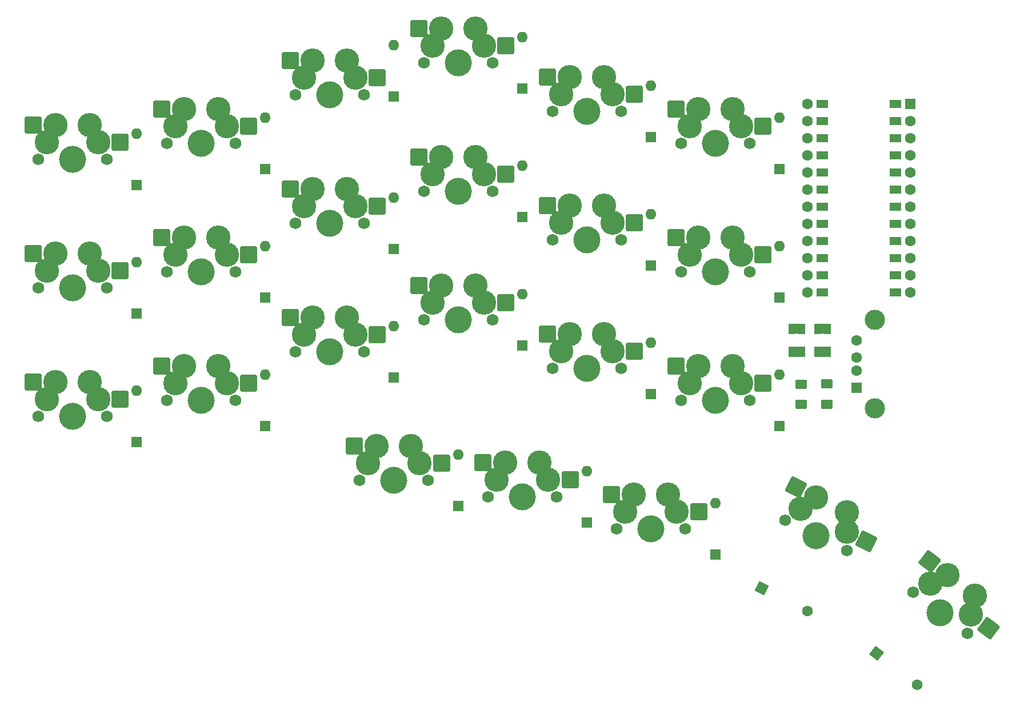
<source format=gbr>
%TF.GenerationSoftware,KiCad,Pcbnew,9.0.2*%
%TF.CreationDate,2025-06-30T19:49:53-10:00*%
%TF.ProjectId,jug,6a75672e-6b69-4636-9164-5f7063625858,rev?*%
%TF.SameCoordinates,Original*%
%TF.FileFunction,Soldermask,Top*%
%TF.FilePolarity,Negative*%
%FSLAX46Y46*%
G04 Gerber Fmt 4.6, Leading zero omitted, Abs format (unit mm)*
G04 Created by KiCad (PCBNEW 9.0.2) date 2025-06-30 19:49:53*
%MOMM*%
%LPD*%
G01*
G04 APERTURE LIST*
G04 Aperture macros list*
%AMRoundRect*
0 Rectangle with rounded corners*
0 $1 Rounding radius*
0 $2 $3 $4 $5 $6 $7 $8 $9 X,Y pos of 4 corners*
0 Add a 4 corners polygon primitive as box body*
4,1,4,$2,$3,$4,$5,$6,$7,$8,$9,$2,$3,0*
0 Add four circle primitives for the rounded corners*
1,1,$1+$1,$2,$3*
1,1,$1+$1,$4,$5*
1,1,$1+$1,$6,$7*
1,1,$1+$1,$8,$9*
0 Add four rect primitives between the rounded corners*
20,1,$1+$1,$2,$3,$4,$5,0*
20,1,$1+$1,$4,$5,$6,$7,0*
20,1,$1+$1,$6,$7,$8,$9,0*
20,1,$1+$1,$8,$9,$2,$3,0*%
%AMHorizOval*
0 Thick line with rounded ends*
0 $1 width*
0 $2 $3 position (X,Y) of the first rounded end (center of the circle)*
0 $4 $5 position (X,Y) of the second rounded end (center of the circle)*
0 Add line between two ends*
20,1,$1,$2,$3,$4,$5,0*
0 Add two circle primitives to create the rounded ends*
1,1,$1,$2,$3*
1,1,$1,$4,$5*%
%AMRotRect*
0 Rectangle, with rotation*
0 The origin of the aperture is its center*
0 $1 length*
0 $2 width*
0 $3 Rotation angle, in degrees counterclockwise*
0 Add horizontal line*
21,1,$1,$2,0,0,$3*%
%AMFreePoly0*
4,1,6,0.600000,-0.200000,0.600000,-0.400000,-0.600000,-0.400000,-0.600000,-0.200000,0.000000,0.400000,0.600000,-0.200000,0.600000,-0.200000,$1*%
%AMFreePoly1*
4,1,6,0.600000,-1.000000,0.000000,-0.400000,-0.600000,-1.000000,-0.600000,0.250000,0.600000,0.250000,0.600000,-1.000000,0.600000,-1.000000,$1*%
%AMFreePoly2*
4,1,6,0.500000,-0.750000,-0.650000,-0.750000,-0.150000,0.000000,-0.650000,0.750000,0.500000,0.750000,0.500000,-0.750000,0.500000,-0.750000,$1*%
%AMFreePoly3*
4,1,6,1.000000,0.000000,0.500000,-0.750000,-0.500000,-0.750000,-0.500000,0.750000,0.500000,0.750000,1.000000,0.000000,1.000000,0.000000,$1*%
G04 Aperture macros list end*
%ADD10C,0.200000*%
%ADD11RoundRect,0.250001X0.624999X-0.462499X0.624999X0.462499X-0.624999X0.462499X-0.624999X-0.462499X0*%
%ADD12RoundRect,0.250000X-1.025000X-1.000000X1.025000X-1.000000X1.025000X1.000000X-1.025000X1.000000X0*%
%ADD13C,1.750000*%
%ADD14C,4.000000*%
%ADD15C,3.600000*%
%ADD16RoundRect,0.250000X-1.363506X-0.437582X0.471110X-1.352287X1.363506X0.437582X-0.471110X1.352287X0*%
%ADD17RoundRect,0.250000X-1.421196X-0.175576X0.210608X-1.416428X1.421196X0.175576X-0.210608X1.416428X0*%
%ADD18R,1.600000X1.600000*%
%ADD19O,1.600000X1.600000*%
%ADD20C,1.600000*%
%ADD21FreePoly0,90.000000*%
%ADD22FreePoly0,270.000000*%
%ADD23FreePoly1,270.000000*%
%ADD24FreePoly1,90.000000*%
%ADD25FreePoly2,0.000000*%
%ADD26FreePoly3,0.000000*%
%ADD27C,3.000000*%
%ADD28R,1.500000X1.600000*%
%ADD29HorizOval,1.600000X0.000000X0.000000X0.000000X0.000000X0*%
%ADD30HorizOval,1.600000X0.000000X0.000000X0.000000X0.000000X0*%
%ADD31RotRect,1.600000X1.600000X153.500000*%
%ADD32RotRect,1.600000X1.600000X333.500000*%
%ADD33HorizOval,1.600000X0.000000X0.000000X0.000000X0.000000X0*%
%ADD34HorizOval,1.600000X0.000000X0.000000X0.000000X0.000000X0*%
%ADD35RotRect,1.600000X1.600000X322.250000*%
%ADD36RotRect,1.600000X1.600000X142.250000*%
G04 APERTURE END LIST*
D10*
%TO.C,U2*%
X178140000Y-32768000D02*
X177124001Y-32768000D01*
X177124000Y-31752000D01*
X178140001Y-31752000D01*
X178140000Y-32768000D01*
G36*
X178140000Y-32768000D02*
G01*
X177124001Y-32768000D01*
X177124000Y-31752000D01*
X178140001Y-31752000D01*
X178140000Y-32768000D01*
G37*
X178140000Y-35308000D02*
X177124000Y-35308000D01*
X177124000Y-34292000D01*
X178140000Y-34292000D01*
X178140000Y-35308000D01*
G36*
X178140000Y-35308000D02*
G01*
X177124000Y-35308000D01*
X177124000Y-34292000D01*
X178140000Y-34292000D01*
X178140000Y-35308000D01*
G37*
X178140000Y-40388000D02*
X177124000Y-40388000D01*
X177124000Y-39372000D01*
X178140000Y-39372000D01*
X178140000Y-40388000D01*
G36*
X178140000Y-40388000D02*
G01*
X177124000Y-40388000D01*
X177124000Y-39372000D01*
X178140000Y-39372000D01*
X178140000Y-40388000D01*
G37*
X178140000Y-42928000D02*
X177124000Y-42927999D01*
X177124000Y-41912000D01*
X178140000Y-41911999D01*
X178140000Y-42928000D01*
G36*
X178140000Y-42928000D02*
G01*
X177124000Y-42927999D01*
X177124000Y-41912000D01*
X178140000Y-41911999D01*
X178140000Y-42928000D01*
G37*
X178140000Y-44452001D02*
X178140000Y-45468000D01*
X177124000Y-45468001D01*
X177124000Y-44452000D01*
X178140000Y-44452001D01*
G36*
X178140000Y-44452001D02*
G01*
X178140000Y-45468000D01*
X177124000Y-45468001D01*
X177124000Y-44452000D01*
X178140000Y-44452001D01*
G37*
X178140000Y-46992000D02*
X178140000Y-48007999D01*
X177124000Y-48008000D01*
X177124000Y-46991999D01*
X178140000Y-46992000D01*
G36*
X178140000Y-46992000D02*
G01*
X178140000Y-48007999D01*
X177124000Y-48008000D01*
X177124000Y-46991999D01*
X178140000Y-46992000D01*
G37*
X178140000Y-50548001D02*
X177124000Y-50548000D01*
X177124000Y-49532001D01*
X178140000Y-49532000D01*
X178140000Y-50548001D01*
G36*
X178140000Y-50548001D02*
G01*
X177124000Y-50548000D01*
X177124000Y-49532001D01*
X178140000Y-49532000D01*
X178140000Y-50548001D01*
G37*
X178140000Y-53088000D02*
X177124000Y-53088000D01*
X177124000Y-52072000D01*
X178140000Y-52072000D01*
X178140000Y-53088000D01*
G36*
X178140000Y-53088000D02*
G01*
X177124000Y-53088000D01*
X177124000Y-52072000D01*
X178140000Y-52072000D01*
X178140000Y-53088000D01*
G37*
X178140000Y-55628000D02*
X177124001Y-55628000D01*
X177124000Y-54612000D01*
X178140001Y-54612000D01*
X178140000Y-55628000D01*
G36*
X178140000Y-55628000D02*
G01*
X177124001Y-55628000D01*
X177124000Y-54612000D01*
X178140001Y-54612000D01*
X178140000Y-55628000D01*
G37*
X178140000Y-58168000D02*
X177124000Y-58168000D01*
X177124000Y-57152000D01*
X178140000Y-57152000D01*
X178140000Y-58168000D01*
G36*
X178140000Y-58168000D02*
G01*
X177124000Y-58168000D01*
X177124000Y-57152000D01*
X178140000Y-57152000D01*
X178140000Y-58168000D01*
G37*
X178140001Y-37848000D02*
X177124000Y-37848000D01*
X177124001Y-36832000D01*
X178140000Y-36832000D01*
X178140001Y-37848000D01*
G36*
X178140001Y-37848000D02*
G01*
X177124000Y-37848000D01*
X177124001Y-36832000D01*
X178140000Y-36832000D01*
X178140001Y-37848000D01*
G37*
X178140001Y-60708000D02*
X177124000Y-60708000D01*
X177124001Y-59692000D01*
X178140000Y-59692000D01*
X178140001Y-60708000D01*
G36*
X178140001Y-60708000D02*
G01*
X177124000Y-60708000D01*
X177124001Y-59692000D01*
X178140000Y-59692000D01*
X178140001Y-60708000D01*
G37*
X189315999Y-32768000D02*
X188300000Y-32768000D01*
X188299999Y-31752000D01*
X189316000Y-31752000D01*
X189315999Y-32768000D01*
G36*
X189315999Y-32768000D02*
G01*
X188300000Y-32768000D01*
X188299999Y-31752000D01*
X189316000Y-31752000D01*
X189315999Y-32768000D01*
G37*
X189315999Y-55628000D02*
X188300000Y-55628000D01*
X188299999Y-54612000D01*
X189316000Y-54612000D01*
X189315999Y-55628000D01*
G36*
X189315999Y-55628000D02*
G01*
X188300000Y-55628000D01*
X188299999Y-54612000D01*
X189316000Y-54612000D01*
X189315999Y-55628000D01*
G37*
X189316000Y-35308000D02*
X188300000Y-35308000D01*
X188300000Y-34292000D01*
X189316000Y-34292000D01*
X189316000Y-35308000D01*
G36*
X189316000Y-35308000D02*
G01*
X188300000Y-35308000D01*
X188300000Y-34292000D01*
X189316000Y-34292000D01*
X189316000Y-35308000D01*
G37*
X189316000Y-37848000D02*
X188299999Y-37848000D01*
X188300000Y-36832000D01*
X189315999Y-36832000D01*
X189316000Y-37848000D01*
G36*
X189316000Y-37848000D02*
G01*
X188299999Y-37848000D01*
X188300000Y-36832000D01*
X189315999Y-36832000D01*
X189316000Y-37848000D01*
G37*
X189316000Y-40388000D02*
X188300000Y-40388000D01*
X188300000Y-39372000D01*
X189316000Y-39372000D01*
X189316000Y-40388000D01*
G36*
X189316000Y-40388000D02*
G01*
X188300000Y-40388000D01*
X188300000Y-39372000D01*
X189316000Y-39372000D01*
X189316000Y-40388000D01*
G37*
X189316000Y-41912000D02*
X189316000Y-42927999D01*
X188300000Y-42928000D01*
X188300000Y-41911999D01*
X189316000Y-41912000D01*
G36*
X189316000Y-41912000D02*
G01*
X189316000Y-42927999D01*
X188300000Y-42928000D01*
X188300000Y-41911999D01*
X189316000Y-41912000D01*
G37*
X189316000Y-45468001D02*
X188300000Y-45468000D01*
X188300000Y-44452001D01*
X189316000Y-44452000D01*
X189316000Y-45468001D01*
G36*
X189316000Y-45468001D02*
G01*
X188300000Y-45468000D01*
X188300000Y-44452001D01*
X189316000Y-44452000D01*
X189316000Y-45468001D01*
G37*
X189316000Y-48008000D02*
X188300000Y-48007999D01*
X188300000Y-46992000D01*
X189316000Y-46991999D01*
X189316000Y-48008000D01*
G36*
X189316000Y-48008000D02*
G01*
X188300000Y-48007999D01*
X188300000Y-46992000D01*
X189316000Y-46991999D01*
X189316000Y-48008000D01*
G37*
X189316000Y-49532001D02*
X189316000Y-50548000D01*
X188300000Y-50548001D01*
X188300000Y-49532000D01*
X189316000Y-49532001D01*
G36*
X189316000Y-49532001D02*
G01*
X189316000Y-50548000D01*
X188300000Y-50548001D01*
X188300000Y-49532000D01*
X189316000Y-49532001D01*
G37*
X189316000Y-53088000D02*
X188300000Y-53088000D01*
X188300000Y-52072000D01*
X189316000Y-52072000D01*
X189316000Y-53088000D01*
G36*
X189316000Y-53088000D02*
G01*
X188300000Y-53088000D01*
X188300000Y-52072000D01*
X189316000Y-52072000D01*
X189316000Y-53088000D01*
G37*
X189316000Y-58168000D02*
X188300000Y-58168000D01*
X188300000Y-57152000D01*
X189316000Y-57152000D01*
X189316000Y-58168000D01*
G36*
X189316000Y-58168000D02*
G01*
X188300000Y-58168000D01*
X188300000Y-57152000D01*
X189316000Y-57152000D01*
X189316000Y-58168000D01*
G37*
X189316000Y-60708000D02*
X188299999Y-60708000D01*
X188300000Y-59692000D01*
X189315999Y-59692000D01*
X189316000Y-60708000D01*
G36*
X189316000Y-60708000D02*
G01*
X188299999Y-60708000D01*
X188300000Y-59692000D01*
X189315999Y-59692000D01*
X189316000Y-60708000D01*
G37*
%TO.C,JP5*%
G36*
X172775000Y-68250000D02*
G01*
X175225000Y-68250000D01*
X175225000Y-69750000D01*
X172775000Y-69750000D01*
X172775000Y-68250000D01*
G37*
%TO.C,JP6*%
G36*
X176575000Y-68250000D02*
G01*
X179025000Y-68250000D01*
X179025000Y-69750000D01*
X176575000Y-69750000D01*
X176575000Y-68250000D01*
G37*
%TO.C,JP2*%
G36*
X176575000Y-64850000D02*
G01*
X179025000Y-64850000D01*
X179025000Y-66350000D01*
X176575000Y-66350000D01*
X176575000Y-64850000D01*
G37*
%TO.C,JP1*%
G36*
X172775000Y-64850000D02*
G01*
X175225000Y-64850000D01*
X175225000Y-66350000D01*
X172775000Y-66350000D01*
X172775000Y-64850000D01*
G37*
%TD*%
D11*
%TO.C,D26*%
X174676400Y-73807900D03*
X174676400Y-76782900D03*
%TD*%
D12*
%TO.C,S21*%
X146561200Y-90172000D03*
D13*
X147323200Y-95252000D03*
D14*
X152403200Y-95252000D03*
D13*
X157483200Y-95252000D03*
D12*
X159488200Y-92712000D03*
D15*
X148593200Y-92712000D03*
X149863200Y-90172000D03*
X154943200Y-90172000D03*
X156213200Y-92712000D03*
%TD*%
D12*
%TO.C,S1*%
X60834400Y-35402100D03*
D13*
X61596400Y-40482100D03*
D14*
X66676400Y-40482100D03*
D13*
X71756400Y-40482100D03*
D12*
X73761400Y-37942100D03*
D15*
X62866400Y-37942100D03*
X64136400Y-35402100D03*
X69216400Y-35402100D03*
X70486400Y-37942100D03*
%TD*%
D12*
%TO.C,S2*%
X79884800Y-33020800D03*
D13*
X80646800Y-38100800D03*
D14*
X85726800Y-38100800D03*
D13*
X90806800Y-38100800D03*
D12*
X92811800Y-35560800D03*
D15*
X81916800Y-35560800D03*
X83186800Y-33020800D03*
X88266800Y-33020800D03*
X89536800Y-35560800D03*
%TD*%
D12*
%TO.C,S3*%
X98935200Y-25876900D03*
D13*
X99697200Y-30956900D03*
D14*
X104777200Y-30956900D03*
D13*
X109857200Y-30956900D03*
D12*
X111862200Y-28416900D03*
D15*
X100967200Y-28416900D03*
X102237200Y-25876900D03*
X107317200Y-25876900D03*
X108587200Y-28416900D03*
%TD*%
D12*
%TO.C,S4*%
X117985600Y-21114300D03*
D13*
X118747600Y-26194300D03*
D14*
X123827600Y-26194300D03*
D13*
X128907600Y-26194300D03*
D12*
X130912600Y-23654300D03*
D15*
X120017600Y-23654300D03*
X121287600Y-21114300D03*
X126367600Y-21114300D03*
X127637600Y-23654300D03*
%TD*%
D12*
%TO.C,S5*%
X137036000Y-28258200D03*
D13*
X137798000Y-33338200D03*
D14*
X142878000Y-33338200D03*
D13*
X147958000Y-33338200D03*
D12*
X149963000Y-30798200D03*
D15*
X139068000Y-30798200D03*
X140338000Y-28258200D03*
X145418000Y-28258200D03*
X146688000Y-30798200D03*
%TD*%
D12*
%TO.C,S6*%
X156086400Y-33020800D03*
D13*
X156848400Y-38100800D03*
D14*
X161928400Y-38100800D03*
D13*
X167008400Y-38100800D03*
D12*
X169013400Y-35560800D03*
D15*
X158118400Y-35560800D03*
X159388400Y-33020800D03*
X164468400Y-33020800D03*
X165738400Y-35560800D03*
%TD*%
D12*
%TO.C,S7*%
X60834400Y-54452500D03*
D13*
X61596400Y-59532500D03*
D14*
X66676400Y-59532500D03*
D13*
X71756400Y-59532500D03*
D12*
X73761400Y-56992500D03*
D15*
X62866400Y-56992500D03*
X64136400Y-54452500D03*
X69216400Y-54452500D03*
X70486400Y-56992500D03*
%TD*%
D12*
%TO.C,S8*%
X79884800Y-52071200D03*
D13*
X80646800Y-57151200D03*
D14*
X85726800Y-57151200D03*
D13*
X90806800Y-57151200D03*
D12*
X92811800Y-54611200D03*
D15*
X81916800Y-54611200D03*
X83186800Y-52071200D03*
X88266800Y-52071200D03*
X89536800Y-54611200D03*
%TD*%
D12*
%TO.C,S9*%
X98935200Y-44927300D03*
D13*
X99697200Y-50007300D03*
D14*
X104777200Y-50007300D03*
D13*
X109857200Y-50007300D03*
D12*
X111862200Y-47467300D03*
D15*
X100967200Y-47467300D03*
X102237200Y-44927300D03*
X107317200Y-44927300D03*
X108587200Y-47467300D03*
%TD*%
D12*
%TO.C,S10*%
X117985600Y-40164700D03*
D13*
X118747600Y-45244700D03*
D14*
X123827600Y-45244700D03*
D13*
X128907600Y-45244700D03*
D12*
X130912600Y-42704700D03*
D15*
X120017600Y-42704700D03*
X121287600Y-40164700D03*
X126367600Y-40164700D03*
X127637600Y-42704700D03*
%TD*%
D12*
%TO.C,S11*%
X137036000Y-47308600D03*
D13*
X137798000Y-52388600D03*
D14*
X142878000Y-52388600D03*
D13*
X147958000Y-52388600D03*
D12*
X149963000Y-49848600D03*
D15*
X139068000Y-49848600D03*
X140338000Y-47308600D03*
X145418000Y-47308600D03*
X146688000Y-49848600D03*
%TD*%
D12*
%TO.C,S12*%
X156086400Y-52071200D03*
D13*
X156848400Y-57151200D03*
D14*
X161928400Y-57151200D03*
D13*
X167008400Y-57151200D03*
D12*
X169013400Y-54611200D03*
D15*
X158118400Y-54611200D03*
X159388400Y-52071200D03*
X164468400Y-52071200D03*
X165738400Y-54611200D03*
%TD*%
D12*
%TO.C,S13*%
X60834400Y-73502900D03*
D13*
X61596400Y-78582900D03*
D14*
X66676400Y-78582900D03*
D13*
X71756400Y-78582900D03*
D12*
X73761400Y-76042900D03*
D15*
X62866400Y-76042900D03*
X64136400Y-73502900D03*
X69216400Y-73502900D03*
X70486400Y-76042900D03*
%TD*%
D12*
%TO.C,S14*%
X79884800Y-71121600D03*
D13*
X80646800Y-76201600D03*
D14*
X85726800Y-76201600D03*
D13*
X90806800Y-76201600D03*
D12*
X92811800Y-73661600D03*
D15*
X81916800Y-73661600D03*
X83186800Y-71121600D03*
X88266800Y-71121600D03*
X89536800Y-73661600D03*
%TD*%
D12*
%TO.C,S15*%
X98935200Y-63977700D03*
D13*
X99697200Y-69057700D03*
D14*
X104777200Y-69057700D03*
D13*
X109857200Y-69057700D03*
D12*
X111862200Y-66517700D03*
D15*
X100967200Y-66517700D03*
X102237200Y-63977700D03*
X107317200Y-63977700D03*
X108587200Y-66517700D03*
%TD*%
D12*
%TO.C,S16*%
X117985600Y-59215100D03*
D13*
X118747600Y-64295100D03*
D14*
X123827600Y-64295100D03*
D13*
X128907600Y-64295100D03*
D12*
X130912600Y-61755100D03*
D15*
X120017600Y-61755100D03*
X121287600Y-59215100D03*
X126367600Y-59215100D03*
X127637600Y-61755100D03*
%TD*%
D12*
%TO.C,S17*%
X137036000Y-66359000D03*
D13*
X137798000Y-71439000D03*
D14*
X142878000Y-71439000D03*
D13*
X147958000Y-71439000D03*
D12*
X149963000Y-68899000D03*
D15*
X139068000Y-68899000D03*
X140338000Y-66359000D03*
X145418000Y-66359000D03*
X146688000Y-68899000D03*
%TD*%
D12*
%TO.C,S18*%
X156086400Y-71121600D03*
D13*
X156848400Y-76201600D03*
D14*
X161928400Y-76201600D03*
D13*
X167008400Y-76201600D03*
D12*
X169013400Y-73661600D03*
D15*
X158118400Y-73661600D03*
X159388400Y-71121600D03*
X164468400Y-71121600D03*
X165738400Y-73661600D03*
%TD*%
D12*
%TO.C,S19*%
X108460400Y-83028100D03*
D13*
X109222400Y-88108100D03*
D14*
X114302400Y-88108100D03*
D13*
X119382400Y-88108100D03*
D12*
X121387400Y-85568100D03*
D15*
X110492400Y-85568100D03*
X111762400Y-83028100D03*
X116842400Y-83028100D03*
X118112400Y-85568100D03*
%TD*%
D12*
%TO.C,S20*%
X127510800Y-85409400D03*
D13*
X128272800Y-90489400D03*
D14*
X133352800Y-90489400D03*
D13*
X138432800Y-90489400D03*
D12*
X140437800Y-87949400D03*
D15*
X129542800Y-87949400D03*
X130812800Y-85409400D03*
X135892800Y-85409400D03*
X137162800Y-87949400D03*
%TD*%
D16*
%TO.C,S22*%
X173888478Y-89097046D03*
D13*
X172303733Y-93983315D03*
D14*
X176850000Y-96250000D03*
D13*
X181396267Y-98516685D03*
D16*
X184323952Y-97138178D03*
D15*
X174573643Y-92276853D03*
X176843552Y-90570391D03*
X181389818Y-92837076D03*
X181393042Y-95676880D03*
%TD*%
D17*
%TO.C,S23*%
X193674650Y-100120182D03*
D13*
X191206310Y-104625107D03*
D14*
X195250000Y-107700000D03*
D13*
X199293690Y-110774893D03*
D17*
X202427121Y-109966663D03*
D15*
X193754679Y-103371985D03*
X196303048Y-102118863D03*
X200346739Y-105193757D03*
X199820214Y-107984325D03*
%TD*%
D18*
%TO.C,D3*%
X114302400Y-31193800D03*
X114302400Y-31193800D03*
D19*
X114302400Y-23573800D03*
X114302400Y-23573800D03*
%TD*%
D11*
%TO.C,D27*%
X178476400Y-76770400D03*
X178476400Y-73795400D03*
%TD*%
D20*
%TO.C,U2*%
X190840000Y-32260000D03*
D18*
X190840000Y-32260000D03*
D21*
X189062000Y-32260000D03*
D22*
X177378000Y-32260000D03*
D20*
X175600000Y-32260000D03*
X190840000Y-34800000D03*
D21*
X189062000Y-34800000D03*
D22*
X177378000Y-34800000D03*
D20*
X175600000Y-34800000D03*
X190840000Y-37340000D03*
D21*
X189062000Y-37340000D03*
D22*
X177378000Y-37340000D03*
D20*
X175600000Y-37340000D03*
X190840000Y-39880000D03*
D21*
X189062000Y-39880000D03*
D22*
X177378000Y-39880000D03*
D20*
X175600000Y-39880000D03*
X190840000Y-42420000D03*
D21*
X189062000Y-42420000D03*
D22*
X177378000Y-42420000D03*
D20*
X175600000Y-42420000D03*
X190840000Y-44960000D03*
D21*
X189062000Y-44960000D03*
D22*
X177378000Y-44960000D03*
D20*
X175600000Y-44960000D03*
X190840000Y-47500000D03*
D21*
X189062000Y-47500000D03*
D22*
X177378000Y-47500000D03*
D20*
X175600000Y-47500000D03*
X190840000Y-50040000D03*
D21*
X189062000Y-50040000D03*
D22*
X177378000Y-50040000D03*
D20*
X175600000Y-50040000D03*
X190840000Y-52580000D03*
D21*
X189062000Y-52580000D03*
D22*
X177378000Y-52580000D03*
D20*
X175600000Y-52580000D03*
X190840000Y-55120000D03*
D21*
X189062000Y-55120000D03*
D22*
X177378000Y-55120000D03*
D20*
X175600000Y-55120000D03*
X190840000Y-57660000D03*
D21*
X189062000Y-57660000D03*
D22*
X177378000Y-57660000D03*
D20*
X175600000Y-57660000D03*
X190840000Y-60200000D03*
D21*
X189062000Y-60200000D03*
D22*
X177378000Y-60200000D03*
D20*
X175600000Y-60200000D03*
D23*
X178394000Y-32260000D03*
X178394000Y-34800000D03*
X178394000Y-37340000D03*
X178394000Y-39880000D03*
X178394000Y-42420000D03*
X178394000Y-44960000D03*
X178394000Y-47500000D03*
X178394000Y-50040000D03*
X178394000Y-52580000D03*
X178394000Y-55120000D03*
X178394000Y-57660000D03*
X178394000Y-60200000D03*
D24*
X188046000Y-60200000D03*
X188046000Y-57660000D03*
X188046000Y-55120000D03*
X188046000Y-52580000D03*
X188046000Y-50040000D03*
X188046000Y-47500000D03*
X188046000Y-44960000D03*
X188046000Y-42420000D03*
X188046000Y-39880000D03*
X188046000Y-37340000D03*
X188046000Y-34800000D03*
X188046000Y-32260000D03*
%TD*%
D25*
%TO.C,JP5*%
X174725000Y-69000000D03*
D26*
X173275000Y-69000000D03*
%TD*%
D25*
%TO.C,JP6*%
X178525000Y-69000000D03*
D26*
X177075000Y-69000000D03*
%TD*%
%TO.C,JP2*%
X177075000Y-65600000D03*
D25*
X178525000Y-65600000D03*
%TD*%
D27*
%TO.C,J1*%
X185550000Y-64280000D03*
X185550000Y-77420000D03*
D20*
X182840000Y-67350001D03*
X182840000Y-69849999D03*
X182840000Y-71850000D03*
D28*
X182840000Y-74350000D03*
%TD*%
D26*
%TO.C,JP1*%
X173275000Y-65600000D03*
D25*
X174725000Y-65600000D03*
%TD*%
D19*
%TO.C,D16*%
X133352800Y-60485100D03*
X133352800Y-60485100D03*
D18*
X133352800Y-68105100D03*
X133352800Y-68105100D03*
%TD*%
D19*
%TO.C,D7*%
X76201600Y-55722500D03*
X76201600Y-55722500D03*
D18*
X76201600Y-63342500D03*
X76201600Y-63342500D03*
%TD*%
D19*
%TO.C,D17*%
X152403200Y-67629000D03*
X152403200Y-67629000D03*
D18*
X152403200Y-75249000D03*
X152403200Y-75249000D03*
%TD*%
D19*
%TO.C,D21*%
X161928400Y-91442000D03*
X161928400Y-91442000D03*
D18*
X161928400Y-99062000D03*
X161928400Y-99062000D03*
%TD*%
D19*
%TO.C,D6*%
X171453600Y-34290800D03*
X171453600Y-34290800D03*
D18*
X171453600Y-41910800D03*
X171453600Y-41910800D03*
%TD*%
D19*
%TO.C,D18*%
X171453600Y-72391600D03*
X171453600Y-72391600D03*
D18*
X171453600Y-80011600D03*
X171453600Y-80011600D03*
%TD*%
D19*
%TO.C,D1*%
X76201600Y-36672100D03*
X76201600Y-36672100D03*
D18*
X76201600Y-44292100D03*
X76201600Y-44292100D03*
%TD*%
D19*
%TO.C,D10*%
X133352800Y-41434700D03*
X133352800Y-41434700D03*
D18*
X133352800Y-49054700D03*
X133352800Y-49054700D03*
%TD*%
D19*
%TO.C,D15*%
X114302400Y-65247700D03*
X114302400Y-65247700D03*
D18*
X114302400Y-72867700D03*
X114302400Y-72867700D03*
%TD*%
D19*
%TO.C,D12*%
X171453600Y-53341200D03*
X171453600Y-53341200D03*
D18*
X171453600Y-60961200D03*
X171453600Y-60961200D03*
%TD*%
D29*
%TO.C,D22*%
X175609701Y-107450014D03*
D30*
X175609701Y-107450014D03*
D31*
X168790301Y-104049987D03*
D32*
X168790301Y-104049987D03*
%TD*%
D19*
%TO.C,D9*%
X114302400Y-46197300D03*
X114302400Y-46197300D03*
D18*
X114302400Y-53817300D03*
X114302400Y-53817300D03*
%TD*%
D19*
%TO.C,D2*%
X95252000Y-34290800D03*
X95252000Y-34290800D03*
D18*
X95252000Y-41910800D03*
X95252000Y-41910800D03*
%TD*%
D19*
%TO.C,D20*%
X142878000Y-86679400D03*
X142878000Y-86679400D03*
D18*
X142878000Y-94299400D03*
X142878000Y-94299400D03*
%TD*%
D19*
%TO.C,D13*%
X76201600Y-74772900D03*
X76201600Y-74772900D03*
D18*
X76201600Y-82392900D03*
X76201600Y-82392900D03*
%TD*%
D19*
%TO.C,D11*%
X152403200Y-48578600D03*
X152403200Y-48578600D03*
D18*
X152403200Y-56198600D03*
X152403200Y-56198600D03*
%TD*%
D19*
%TO.C,D5*%
X152403200Y-29528200D03*
X152403200Y-29528200D03*
D18*
X152403200Y-37148200D03*
X152403200Y-37148200D03*
%TD*%
D19*
%TO.C,D14*%
X95252000Y-72391600D03*
X95252000Y-72391600D03*
D18*
X95252000Y-80011600D03*
X95252000Y-80011600D03*
%TD*%
D19*
%TO.C,D8*%
X95252000Y-53341200D03*
X95252000Y-53341200D03*
D18*
X95252000Y-60961200D03*
X95252000Y-60961200D03*
%TD*%
D19*
%TO.C,D19*%
X123827600Y-84298100D03*
X123827600Y-84298100D03*
D18*
X123827600Y-91918100D03*
X123827600Y-91918100D03*
%TD*%
D19*
%TO.C,D4*%
X133352800Y-22384300D03*
X133352800Y-22384300D03*
D18*
X133352800Y-30004300D03*
X133352800Y-30004300D03*
%TD*%
D33*
%TO.C,D23*%
X191812528Y-118382549D03*
D34*
X191812528Y-118382549D03*
D35*
X185787473Y-113717453D03*
D36*
X185787473Y-113717453D03*
%TD*%
M02*

</source>
